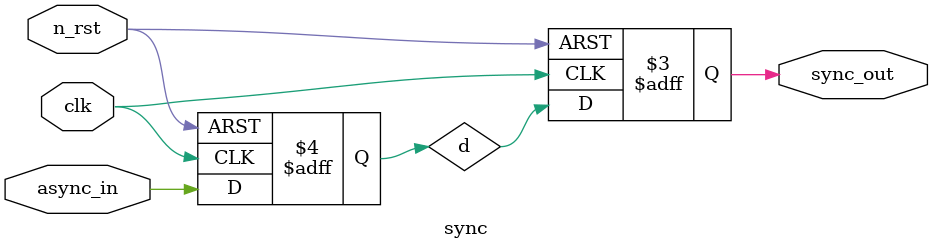
<source format=sv>

module sync
(
	input wire clk,
	input wire n_rst,
	input wire async_in,
	output reg sync_out
);

reg d;
always_ff @ (posedge clk, negedge n_rst)
begin
  if(1'b0 == n_rst)
    begin
      sync_out <= 1'b0;
      d <= 1'b0;
    end
  else
    begin
      d <= async_in;
      sync_out <= d;
    end
  end 
endmodule

</source>
